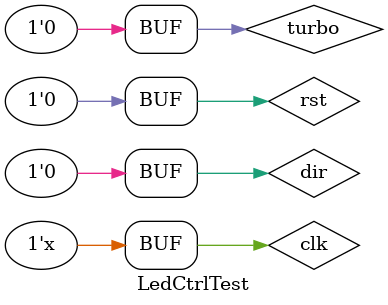
<source format=v>
`timescale 1ns / 1ps


module LedCtrlTest;

	// Inputs
	reg clk;
	reg rst;
	reg dir;
	reg turbo;

	// Outputs
	wire [7:0] Led;

	// Instantiate the Unit Under Test (UUT)
	LedCtrl uut (
		.clk(clk), 
		.rst(rst), 
		.dir(dir), 
		.turbo(turbo), 
		.Led(Led)
	);

	initial begin
		// Initialize Inputs
		clk = 0;
		rst = 0;
		dir = 0;
		turbo = 0;

		// Wait 100 ns for global reset to finish
		#100;
        
		// Add stimulus here

	end
    always begin
	# 1 clk = ~clk;
	end
endmodule


</source>
